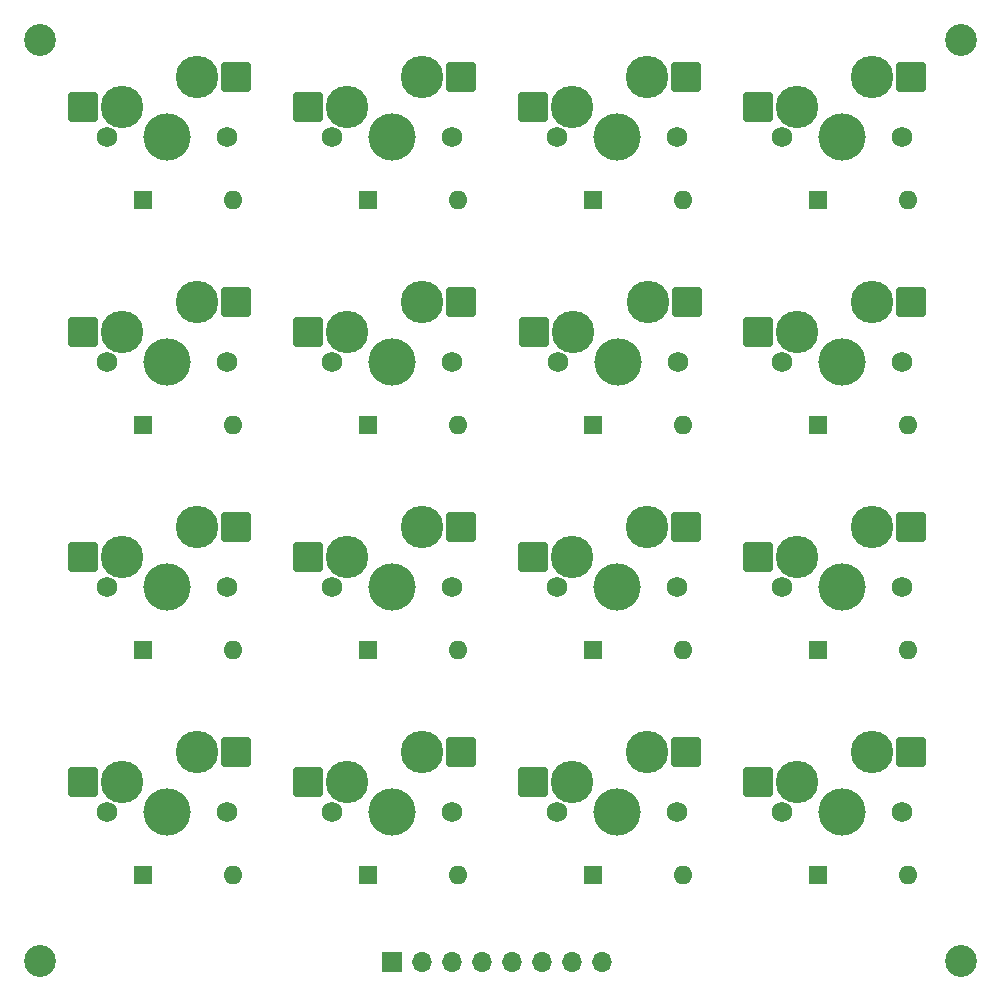
<source format=gbr>
%TF.GenerationSoftware,KiCad,Pcbnew,(6.0.7-1)-1*%
%TF.CreationDate,2022-09-13T12:36:23-04:00*%
%TF.ProjectId,KBT1,4b425431-2e6b-4696-9361-645f70636258,rev?*%
%TF.SameCoordinates,Original*%
%TF.FileFunction,Soldermask,Bot*%
%TF.FilePolarity,Negative*%
%FSLAX46Y46*%
G04 Gerber Fmt 4.6, Leading zero omitted, Abs format (unit mm)*
G04 Created by KiCad (PCBNEW (6.0.7-1)-1) date 2022-09-13 12:36:23*
%MOMM*%
%LPD*%
G01*
G04 APERTURE LIST*
G04 Aperture macros list*
%AMRoundRect*
0 Rectangle with rounded corners*
0 $1 Rounding radius*
0 $2 $3 $4 $5 $6 $7 $8 $9 X,Y pos of 4 corners*
0 Add a 4 corners polygon primitive as box body*
4,1,4,$2,$3,$4,$5,$6,$7,$8,$9,$2,$3,0*
0 Add four circle primitives for the rounded corners*
1,1,$1+$1,$2,$3*
1,1,$1+$1,$4,$5*
1,1,$1+$1,$6,$7*
1,1,$1+$1,$8,$9*
0 Add four rect primitives between the rounded corners*
20,1,$1+$1,$2,$3,$4,$5,0*
20,1,$1+$1,$4,$5,$6,$7,0*
20,1,$1+$1,$6,$7,$8,$9,0*
20,1,$1+$1,$8,$9,$2,$3,0*%
G04 Aperture macros list end*
%ADD10C,1.750000*%
%ADD11RoundRect,0.250000X-1.025000X-1.000000X1.025000X-1.000000X1.025000X1.000000X-1.025000X1.000000X0*%
%ADD12C,4.000000*%
%ADD13C,3.600000*%
%ADD14C,2.700000*%
%ADD15R,1.700000X1.700000*%
%ADD16O,1.700000X1.700000*%
%ADD17R,1.600000X1.600000*%
%ADD18O,1.600000X1.600000*%
G04 APERTURE END LIST*
D10*
%TO.C,K0*%
X26670000Y-29210000D03*
X36830000Y-29210000D03*
D11*
X37592000Y-24130000D03*
X24665000Y-26670000D03*
D12*
X31750000Y-29210000D03*
D13*
X27940000Y-26670000D03*
X34290000Y-24130000D03*
%TD*%
D10*
%TO.C,K1*%
X36830000Y-48260000D03*
D12*
X31750000Y-48260000D03*
D11*
X37592000Y-43180000D03*
D10*
X26670000Y-48260000D03*
D11*
X24665000Y-45720000D03*
D13*
X27940000Y-45720000D03*
X34290000Y-43180000D03*
%TD*%
D10*
%TO.C,K2*%
X36830000Y-67310000D03*
X26670000Y-67310000D03*
D11*
X37592000Y-62230000D03*
X24665000Y-64770000D03*
D12*
X31750000Y-67310000D03*
D13*
X27940000Y-64770000D03*
X34290000Y-62230000D03*
%TD*%
D11*
%TO.C,K3*%
X37592000Y-81280000D03*
D10*
X36830000Y-86360000D03*
D11*
X24665000Y-83820000D03*
D10*
X26670000Y-86360000D03*
D12*
X31750000Y-86360000D03*
D13*
X27940000Y-83820000D03*
X34290000Y-81280000D03*
%TD*%
D10*
%TO.C,K4*%
X45720000Y-29210000D03*
D11*
X43715000Y-26670000D03*
D12*
X50800000Y-29210000D03*
D11*
X56642000Y-24130000D03*
D10*
X55880000Y-29210000D03*
D13*
X46990000Y-26670000D03*
X53340000Y-24130000D03*
%TD*%
D10*
%TO.C,K5*%
X45720000Y-48260000D03*
X55880000Y-48260000D03*
D12*
X50800000Y-48260000D03*
D11*
X56642000Y-43180000D03*
X43715000Y-45720000D03*
D13*
X46990000Y-45720000D03*
X53340000Y-43180000D03*
%TD*%
D10*
%TO.C,K6*%
X45720000Y-67310000D03*
D11*
X56642000Y-62230000D03*
D12*
X50800000Y-67310000D03*
D10*
X55880000Y-67310000D03*
D11*
X43715000Y-64770000D03*
D13*
X46990000Y-64770000D03*
X53340000Y-62230000D03*
%TD*%
D11*
%TO.C,K7*%
X56642000Y-81280000D03*
X43715000Y-83820000D03*
D10*
X55880000Y-86360000D03*
X45720000Y-86360000D03*
D12*
X50800000Y-86360000D03*
D13*
X46990000Y-83820000D03*
X53340000Y-81280000D03*
%TD*%
D10*
%TO.C,K8*%
X74930000Y-29210000D03*
D11*
X62765000Y-26670000D03*
X75692000Y-24130000D03*
D12*
X69850000Y-29210000D03*
D10*
X64770000Y-29210000D03*
D13*
X66040000Y-26670000D03*
X72390000Y-24130000D03*
%TD*%
D10*
%TO.C,K9*%
X64845001Y-48260000D03*
D12*
X69925001Y-48260000D03*
D10*
X75005001Y-48260000D03*
D11*
X62840001Y-45720000D03*
X75767001Y-43180000D03*
D13*
X66115001Y-45720000D03*
X72465001Y-43180000D03*
%TD*%
D11*
%TO.C,K10*%
X62765000Y-64770000D03*
D12*
X69850000Y-67310000D03*
D10*
X64770000Y-67310000D03*
X74930000Y-67310000D03*
D11*
X75692000Y-62230000D03*
D13*
X66040000Y-64770000D03*
X72390000Y-62230000D03*
%TD*%
D10*
%TO.C,K11*%
X64770000Y-86360000D03*
D12*
X69850000Y-86360000D03*
D10*
X74930000Y-86360000D03*
D11*
X62765000Y-83820000D03*
X75692000Y-81280000D03*
D13*
X66040000Y-83820000D03*
X72390000Y-81280000D03*
%TD*%
D10*
%TO.C,K12*%
X93980000Y-29210000D03*
D12*
X88900000Y-29210000D03*
D11*
X94742000Y-24130000D03*
X81815000Y-26670000D03*
D10*
X83820000Y-29210000D03*
D13*
X85090000Y-26670000D03*
X91440000Y-24130000D03*
%TD*%
D11*
%TO.C,K13*%
X81815000Y-45720000D03*
D12*
X88900000Y-48260000D03*
D10*
X83820000Y-48260000D03*
X93980000Y-48260000D03*
D11*
X94742000Y-43180000D03*
D13*
X85090000Y-45720000D03*
X91440000Y-43180000D03*
%TD*%
D10*
%TO.C,K14*%
X83820000Y-67310000D03*
D11*
X94742000Y-62230000D03*
D10*
X93980000Y-67310000D03*
D12*
X88900000Y-67310000D03*
D11*
X81815000Y-64770000D03*
D13*
X85090000Y-64770000D03*
X91440000Y-62230000D03*
%TD*%
D11*
%TO.C,K15*%
X81815000Y-83820000D03*
D10*
X83820000Y-86360000D03*
D12*
X88900000Y-86360000D03*
D10*
X93980000Y-86360000D03*
D11*
X94742000Y-81280000D03*
D13*
X85090000Y-83820000D03*
X91440000Y-81280000D03*
%TD*%
D14*
%TO.C,H3*%
X21000000Y-99000000D03*
%TD*%
D15*
%TO.C,J1*%
X50800000Y-99060000D03*
D16*
X53340000Y-99060000D03*
X55880000Y-99060000D03*
X58420000Y-99060000D03*
X60960000Y-99060000D03*
X63500000Y-99060000D03*
X66040000Y-99060000D03*
X68580000Y-99060000D03*
%TD*%
D14*
%TO.C,H1*%
X21000000Y-21000000D03*
%TD*%
%TO.C,H4*%
X99000000Y-99000000D03*
%TD*%
%TO.C,H2*%
X99000000Y-21000000D03*
%TD*%
D17*
%TO.C,D1*%
X29718000Y-34544000D03*
D18*
X37338000Y-34544000D03*
%TD*%
D17*
%TO.C,D2*%
X29718000Y-53594000D03*
D18*
X37338000Y-53594000D03*
%TD*%
D17*
%TO.C,D3*%
X29718000Y-72644000D03*
D18*
X37338000Y-72644000D03*
%TD*%
D17*
%TO.C,D4*%
X29718000Y-91694000D03*
D18*
X37338000Y-91694000D03*
%TD*%
D17*
%TO.C,D5*%
X48768000Y-34544000D03*
D18*
X56388000Y-34544000D03*
%TD*%
D17*
%TO.C,D6*%
X48768000Y-53594000D03*
D18*
X56388000Y-53594000D03*
%TD*%
D17*
%TO.C,D7*%
X48768000Y-72644000D03*
D18*
X56388000Y-72644000D03*
%TD*%
D17*
%TO.C,D8*%
X48768000Y-91694000D03*
D18*
X56388000Y-91694000D03*
%TD*%
D17*
%TO.C,D9*%
X67818000Y-34544000D03*
D18*
X75438000Y-34544000D03*
%TD*%
D17*
%TO.C,D10*%
X67818000Y-53594000D03*
D18*
X75438000Y-53594000D03*
%TD*%
D17*
%TO.C,D11*%
X67818000Y-72644000D03*
D18*
X75438000Y-72644000D03*
%TD*%
D17*
%TO.C,D12*%
X67818000Y-91694000D03*
D18*
X75438000Y-91694000D03*
%TD*%
D17*
%TO.C,D13*%
X86868000Y-34544000D03*
D18*
X94488000Y-34544000D03*
%TD*%
D17*
%TO.C,D14*%
X86868000Y-53594000D03*
D18*
X94488000Y-53594000D03*
%TD*%
D17*
%TO.C,D15*%
X86868000Y-72644000D03*
D18*
X94488000Y-72644000D03*
%TD*%
D17*
%TO.C,D16*%
X86868000Y-91694000D03*
D18*
X94488000Y-91694000D03*
%TD*%
M02*

</source>
